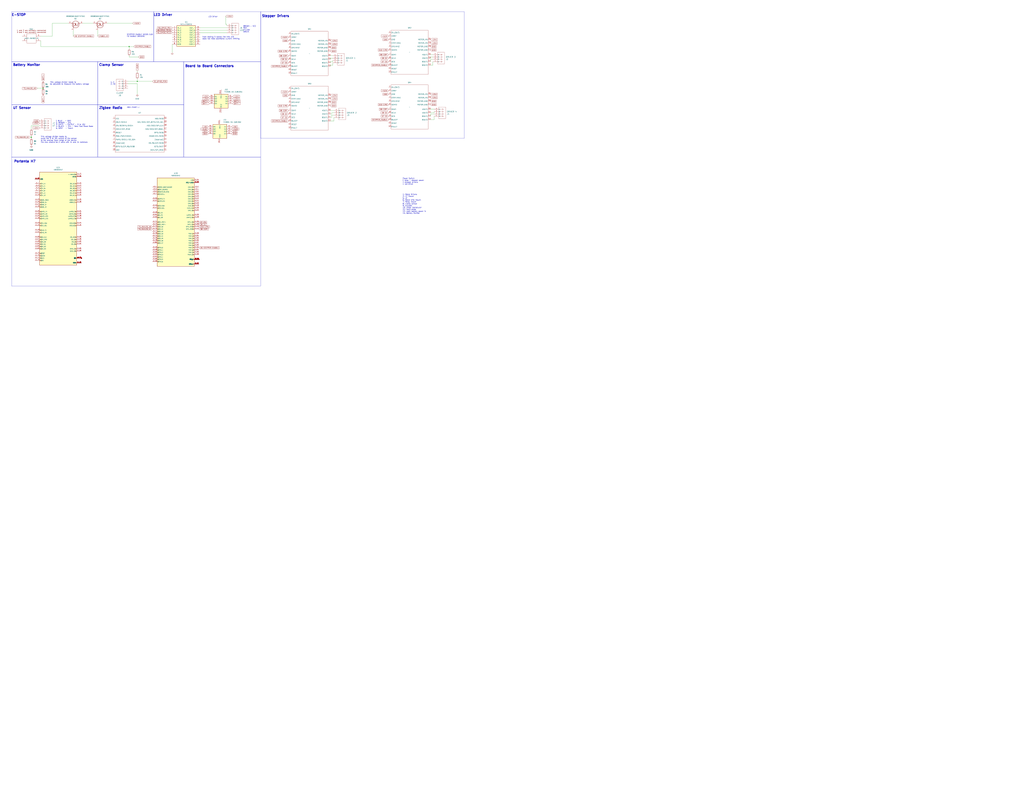
<source format=kicad_sch>
(kicad_sch (version 20230121) (generator eeschema)
  (paper "E")
  (lib_symbols
    (symbol "3730:3730"
      (property "Reference" "DR" (at 0 0 0))
      (symbol "3730_1_1"
        (pin input line (at -22.86 21.59 0) (length 2.54) (name "5V_(OUT)") (number "1"))
        (pin input line (at -22.86 -13.97 0) (length 2.54) (name "!SLEEP") (number "10"))
        (pin input line (at -22.86 -17.78 0) (length 2.54) (name "RESET") (number "11"))
        (pin input line (at -22.86 -21.59 0) (length 2.54) (name "!FAULT") (number "12"))
        (pin input line (at 22.86 -13.97 180) (length 2.54) (name "BOUT2") (number "13"))
        (pin input line (at 22.86 -10.16 180) (length 2.54) (name "BOUT1") (number "14"))
        (pin input line (at 22.86 -6.35 180) (length 2.54) (name "AOUT2") (number "15"))
        (pin input line (at 22.86 -2.54 180) (length 2.54) (name "AOUT1") (number "16"))
        (pin input line (at 22.86 2.54 180) (length 2.54) (name "MOTOR_GND") (number "17"))
        (pin input line (at 22.86 6.35 180) (length 2.54) (name "MOTOR_GND") (number "18"))
        (pin input line (at 22.86 10.16 180) (length 2.54) (name "MOTOR_VIN") (number "19"))
        (pin input line (at -22.86 17.78 0) (length 2.54) (name "IOREF") (number "2"))
        (pin input line (at 22.86 13.97 180) (length 2.54) (name "MOTOR_VIN") (number "20"))
        (pin input line (at -22.86 13.97 0) (length 2.54) (name "GND") (number "3"))
        (pin input line (at -22.86 10.16 0) (length 2.54) (name "STEP/AIN1") (number "4"))
        (pin input line (at -22.86 6.35 0) (length 2.54) (name "DIR/AIN2") (number "5"))
        (pin input line (at -22.86 2.54 0) (length 2.54) (name "SDATO") (number "6"))
        (pin input line (at -22.86 -2.54 0) (length 2.54) (name "SDATI") (number "7"))
        (pin input line (at -22.86 -6.35 0) (length 2.54) (name "SCLK") (number "8"))
        (pin input line (at -22.86 -10.16 0) (length 2.54) (name "SCS") (number "9"))
      )
    )
    (symbol "ABX00042:ABX00042" (pin_names (offset 1.016))
      (property "Reference" "U" (at -20.32 52.07 0))
      (property "Value" "ABX00042" (at -20.32 -53.34 0))
      (symbol "ABX00042_1_0"
        (pin input line (at -25.4 38.1 0) (length 5.08) (name "ETH_A+") (number "J1_1"))
        (pin bidirectional line (at 25.4 38.1 180) (length 5.08) (name "DSI_D1+") (number "J1_10"))
        (pin no_connect line (at 25.4 -43.18 180) (length 5.08) (name "NC") (number "J1_11"))
        (pin bidirectional line (at 25.4 35.56 180) (length 5.08) (name "DSI_D1-") (number "J1_12"))
        (pin no_connect line (at 25.4 -43.18 180) (length 5.08) (name "NC") (number "J1_13"))
        (pin bidirectional line (at 25.4 33.02 180) (length 5.08) (name "DSI_D0+") (number "J1_14"))
        (pin no_connect line (at 25.4 -43.18 180) (length 5.08) (name "NC") (number "J1_15"))
        (pin bidirectional line (at 25.4 30.48 180) (length 5.08) (name "DSI_D0-") (number "J1_16"))
        (pin output line (at -25.4 27.94 0) (length 5.08) (name "ETH_L1") (number "J1_17"))
        (pin bidirectional line (at 25.4 27.94 180) (length 5.08) (name "DSI_CK+") (number "J1_18"))
        (pin output line (at -25.4 25.4 0) (length 5.08) (name "ETH_L2") (number "J1_19"))
        (pin no_connect line (at 25.4 -43.18 180) (length 5.08) (name "NC") (number "J1_2"))
        (pin bidirectional line (at 25.4 25.4 180) (length 5.08) (name "DSI_CK-") (number "J1_20"))
        (pin input line (at -25.4 43.18 0) (length 5.08) (name "VIN") (number "J1_21"))
        (pin power_in line (at 25.4 -48.26 180) (length 5.08) (name "GND") (number "J1_22"))
        (pin power_in line (at -25.4 20.32 0) (length 5.08) (name "USB1_VBUS") (number "J1_23"))
        (pin no_connect line (at 25.4 -43.18 180) (length 5.08) (name "NC") (number "J1_24"))
        (pin bidirectional line (at -25.4 17.78 0) (length 5.08) (name "USB1_D+") (number "J1_25"))
        (pin bidirectional line (at 25.4 20.32 180) (length 5.08) (name "USB0_D+") (number "J1_26"))
        (pin bidirectional line (at -25.4 15.24 0) (length 5.08) (name "USB1_D-") (number "J1_27"))
        (pin bidirectional line (at 25.4 17.78 180) (length 5.08) (name "USB0_D-") (number "J1_28"))
        (pin bidirectional line (at -25.4 12.7 0) (length 5.08) (name "USB1_ID") (number "J1_29"))
        (pin input line (at -25.4 35.56 0) (length 5.08) (name "ETH_A-") (number "J1_3"))
        (pin no_connect line (at 25.4 -43.18 180) (length 5.08) (name "NC") (number "J1_30"))
        (pin power_in line (at 25.4 -48.26 180) (length 5.08) (name "GND") (number "J1_31"))
        (pin input line (at -25.4 43.18 0) (length 5.08) (name "VIN") (number "J1_32"))
        (pin output line (at -25.4 7.62 0) (length 5.08) (name "UART1_TX") (number "J1_33"))
        (pin output line (at 25.4 7.62 180) (length 5.08) (name "UART0_TX") (number "J1_34"))
        (pin input line (at -25.4 5.08 0) (length 5.08) (name "UART1_RX") (number "J1_35"))
        (pin input line (at 25.4 5.08 180) (length 5.08) (name "UART0_RX") (number "J1_36"))
        (pin bidirectional line (at -25.4 2.54 0) (length 5.08) (name "UART1_RTS") (number "J1_37"))
        (pin bidirectional line (at 25.4 2.54 180) (length 5.08) (name "UART0_RTS") (number "J1_38"))
        (pin bidirectional line (at -25.4 0 0) (length 5.08) (name "UART1_CTS") (number "J1_39"))
        (pin no_connect line (at 25.4 -43.18 180) (length 5.08) (name "NC") (number "J1_4"))
        (pin bidirectional line (at 25.4 0 180) (length 5.08) (name "UART0_CTS") (number "J1_40"))
        (pin input line (at -25.4 43.18 0) (length 5.08) (name "VIN") (number "J1_41"))
        (pin power_in line (at 25.4 -48.26 180) (length 5.08) (name "GND") (number "J1_42"))
        (pin bidirectional line (at -25.4 -5.08 0) (length 5.08) (name "I2C1_SDA") (number "J1_43"))
        (pin bidirectional line (at 25.4 -5.08 180) (length 5.08) (name "I2C0_SDA") (number "J1_44"))
        (pin input line (at -25.4 -7.62 0) (length 5.08) (name "I2C1_SCL") (number "J1_45"))
        (pin input line (at 25.4 -7.62 180) (length 5.08) (name "I2C0_SCL") (number "J1_46"))
        (pin power_in line (at 25.4 -48.26 180) (length 5.08) (name "GND") (number "J1_47"))
        (pin input line (at -25.4 43.18 0) (length 5.08) (name "VIN") (number "J1_48"))
        (pin output line (at -25.4 -12.7 0) (length 5.08) (name "CAN1_TX") (number "J1_49"))
        (pin input line (at -25.4 33.02 0) (length 5.08) (name "ETH_B+") (number "J1_5"))
        (pin no_connect line (at 25.4 -43.18 180) (length 5.08) (name "NC") (number "J1_50"))
        (pin input line (at -25.4 -15.24 0) (length 5.08) (name "CAN1_RX") (number "J1_51"))
        (pin no_connect line (at 25.4 -43.18 180) (length 5.08) (name "NC") (number "J1_52"))
        (pin power_in line (at 25.4 45.72 180) (length 5.08) (name "VSYS") (number "J1_53"))
        (pin power_in line (at 25.4 -48.26 180) (length 5.08) (name "GND") (number "J1_54"))
        (pin input line (at -25.4 -20.32 0) (length 5.08) (name "SDC_CLK") (number "J1_55"))
        (pin bidirectional line (at 25.4 -20.32 180) (length 5.08) (name "I2S_MCK") (number "J1_56"))
        (pin input line (at -25.4 -22.86 0) (length 5.08) (name "SDC_CMD") (number "J1_57"))
        (pin bidirectional line (at 25.4 -22.86 180) (length 5.08) (name "I2S_WS") (number "J1_58"))
        (pin bidirectional line (at -25.4 -25.4 0) (length 5.08) (name "SDC_D0") (number "J1_59"))
        (pin no_connect line (at 25.4 -43.18 180) (length 5.08) (name "NC") (number "J1_6"))
        (pin input line (at 25.4 -25.4 180) (length 5.08) (name "I2S_DI") (number "J1_60"))
        (pin bidirectional line (at -25.4 -27.94 0) (length 5.08) (name "SDC_D1") (number "J1_61"))
        (pin output line (at 25.4 -27.94 180) (length 5.08) (name "I2S_DO") (number "J1_62"))
        (pin bidirectional line (at -25.4 -30.48 0) (length 5.08) (name "SDC_D2") (number "J1_63"))
        (pin power_in line (at 25.4 45.72 180) (length 5.08) (name "VSYS") (number "J1_64"))
        (pin bidirectional line (at -25.4 -33.02 0) (length 5.08) (name "SDC_D3") (number "J1_65"))
        (pin bidirectional line (at 25.4 -33.02 180) (length 5.08) (name "DMIC_CK") (number "J1_66"))
        (pin no_connect line (at 25.4 -43.18 180) (length 5.08) (name "NC") (number "J1_67"))
        (pin bidirectional line (at 25.4 -35.56 180) (length 5.08) (name "DMIC_D0") (number "J1_68"))
        (pin no_connect line (at 25.4 -43.18 180) (length 5.08) (name "NC") (number "J1_69"))
        (pin input line (at -25.4 30.48 0) (length 5.08) (name "ETH_B-") (number "J1_7"))
        (pin no_connect line (at 25.4 -43.18 180) (length 5.08) (name "NC") (number "J1_70"))
        (pin no_connect line (at 25.4 -43.18 180) (length 5.08) (name "NC") (number "J1_71"))
        (pin power_in line (at 25.4 48.26 180) (length 5.08) (name "V-SDCARD") (number "J1_72"))
        (pin input line (at -25.4 -38.1 0) (length 5.08) (name "~{RESET}") (number "J1_73"))
        (pin no_connect line (at 25.4 -43.18 180) (length 5.08) (name "NC") (number "J1_74"))
        (pin bidirectional line (at -25.4 -40.64 0) (length 5.08) (name "SWDIO") (number "J1_75"))
        (pin no_connect line (at 25.4 -43.18 180) (length 5.08) (name "NC") (number "J1_76"))
        (pin input line (at -25.4 -43.18 0) (length 5.08) (name "SWCK") (number "J1_77"))
        (pin no_connect line (at 25.4 -43.18 180) (length 5.08) (name "NC") (number "J1_78"))
        (pin output line (at -25.4 -45.72 0) (length 5.08) (name "SWO") (number "J1_79"))
        (pin no_connect line (at 25.4 -43.18 180) (length 5.08) (name "NC") (number "J1_8"))
        (pin no_connect line (at 25.4 -43.18 180) (length 5.08) (name "NC") (number "J1_80"))
        (pin no_connect line (at 25.4 -43.18 180) (length 5.08) (name "NC") (number "J1_9"))
      )
      (symbol "ABX00042_2_0"
        (pin input line (at -25.4 38.1 0) (length 5.08) (name "FORCE_BOOTLOADER") (number "J2_1"))
        (pin bidirectional line (at 25.4 27.94 180) (length 5.08) (name "CAM_D3") (number "J2_10"))
        (pin no_connect line (at 25.4 -40.64 180) (length 5.08) (name "NC_1") (number "J2_11"))
        (pin bidirectional line (at 25.4 25.4 180) (length 5.08) (name "CAM_D2") (number "J2_12"))
        (pin no_connect line (at 25.4 -40.64 180) (length 5.08) (name "NC_1") (number "J2_13"))
        (pin bidirectional line (at 25.4 22.86 180) (length 5.08) (name "CAM_D1") (number "J2_14"))
        (pin no_connect line (at 25.4 -40.64 180) (length 5.08) (name "NC_1") (number "J2_15"))
        (pin bidirectional line (at 25.4 20.32 180) (length 5.08) (name "CAM_D0") (number "J2_16"))
        (pin no_connect line (at 25.4 -40.64 180) (length 5.08) (name "NC_1") (number "J2_17"))
        (pin bidirectional line (at 25.4 17.78 180) (length 5.08) (name "CAM_VS") (number "J2_18"))
        (pin no_connect line (at 25.4 -40.64 180) (length 5.08) (name "NC_1") (number "J2_19"))
        (pin bidirectional line (at 25.4 38.1 180) (length 5.08) (name "CAM_D7") (number "J2_2"))
        (pin bidirectional line (at 25.4 15.24 180) (length 5.08) (name "CAM_CLK") (number "J2_20"))
        (pin no_connect line (at 25.4 -40.64 180) (length 5.08) (name "NC_1") (number "J2_21"))
        (pin bidirectional line (at 25.4 12.7 180) (length 5.08) (name "CAM_HS") (number "J2_22"))
        (pin power_in line (at 25.4 43.18 180) (length 5.08) (name "VCC/+3V3") (number "J2_23"))
        (pin power_in line (at 25.4 -45.72 180) (length 5.08) (name "GND_1") (number "J2_24"))
        (pin output line (at -25.4 25.4 0) (length 5.08) (name "UART3_TX") (number "J2_25"))
        (pin output line (at 25.4 7.62 180) (length 5.08) (name "UART2_TX") (number "J2_26"))
        (pin input line (at -25.4 22.86 0) (length 5.08) (name "UART3_RX") (number "J2_27"))
        (pin input line (at 25.4 5.08 180) (length 5.08) (name "UART2_RX") (number "J2_28"))
        (pin no_connect line (at 25.4 -40.64 180) (length 5.08) (name "NC_1") (number "J2_29"))
        (pin input line (at -25.4 35.56 0) (length 5.08) (name "BOOT_SOURCE") (number "J2_3"))
        (pin no_connect line (at 25.4 -40.64 180) (length 5.08) (name "NC_1") (number "J2_30"))
        (pin no_connect line (at 25.4 -40.64 180) (length 5.08) (name "NC_1") (number "J2_31"))
        (pin no_connect line (at 25.4 -40.64 180) (length 5.08) (name "NC_1") (number "J2_32"))
        (pin power_in line (at 25.4 -45.72 180) (length 5.08) (name "GND_1") (number "J2_33"))
        (pin power_in line (at 25.4 45.72 180) (length 5.08) (name "VCC") (number "J2_34"))
        (pin no_connect line (at 25.4 -40.64 180) (length 5.08) (name "NC_1") (number "J2_35"))
        (pin input line (at 25.4 0 180) (length 5.08) (name "SPI1_CS") (number "J2_36"))
        (pin no_connect line (at 25.4 -40.64 180) (length 5.08) (name "NC_1") (number "J2_37"))
        (pin input line (at 25.4 -2.54 180) (length 5.08) (name "SPI1_CK") (number "J2_38"))
        (pin no_connect line (at 25.4 -40.64 180) (length 5.08) (name "NC_1") (number "J2_39"))
        (pin bidirectional line (at 25.4 35.56 180) (length 5.08) (name "CAM_D6") (number "J2_4"))
        (pin output line (at 25.4 -5.08 180) (length 5.08) (name "SPI1_MISO") (number "J2_40"))
        (pin no_connect line (at 25.4 -40.64 180) (length 5.08) (name "NC_1") (number "J2_41"))
        (pin input line (at 25.4 -7.62 180) (length 5.08) (name "SPI1_MOSI") (number "J2_42"))
        (pin power_in line (at 25.4 43.18 180) (length 5.08) (name "VCC/+3V3") (number "J2_43"))
        (pin power_in line (at 25.4 -45.72 180) (length 5.08) (name "GND_1") (number "J2_44"))
        (pin bidirectional line (at -25.4 17.78 0) (length 5.08) (name "I2C2_SDA") (number "J2_45"))
        (pin bidirectional line (at -25.4 -27.94 0) (length 5.08) (name "GPIO_0") (number "J2_46"))
        (pin input line (at -25.4 15.24 0) (length 5.08) (name "I2C2_SCL") (number "J2_47"))
        (pin bidirectional line (at -25.4 -30.48 0) (length 5.08) (name "GPIO_1") (number "J2_48"))
        (pin input line (at -25.4 10.16 0) (length 5.08) (name "SAI_CK") (number "J2_49"))
        (pin input line (at -25.4 33.02 0) (length 5.08) (name "POWER_ON_REQ") (number "J2_5"))
        (pin bidirectional line (at -25.4 -33.02 0) (length 5.08) (name "GPIO_2") (number "J2_50"))
        (pin bidirectional line (at -25.4 7.62 0) (length 5.08) (name "SAI_FS") (number "J2_51"))
        (pin bidirectional line (at -25.4 -35.56 0) (length 5.08) (name "GPIO_3") (number "J2_52"))
        (pin bidirectional line (at -25.4 5.08 0) (length 5.08) (name "SAI_D0") (number "J2_53"))
        (pin bidirectional line (at -25.4 -38.1 0) (length 5.08) (name "GPIO_4") (number "J2_54"))
        (pin no_connect line (at 25.4 -40.64 180) (length 5.08) (name "NC_1") (number "J2_55"))
        (pin bidirectional line (at -25.4 -40.64 0) (length 5.08) (name "GPIO_5") (number "J2_56"))
        (pin power_in line (at 25.4 -45.72 180) (length 5.08) (name "GND_1") (number "J2_57"))
        (pin bidirectional line (at -25.4 -43.18 0) (length 5.08) (name "GPIO_6") (number "J2_58"))
        (pin bidirectional line (at 25.4 -12.7 180) (length 5.08) (name "PWM_1") (number "J2_59"))
        (pin bidirectional line (at 25.4 33.02 180) (length 5.08) (name "CAM_D5") (number "J2_6"))
        (pin bidirectional line (at 25.4 -25.4 180) (length 5.08) (name "PWM_6") (number "J2_60"))
        (pin bidirectional line (at 25.4 -15.24 180) (length 5.08) (name "PWM_2") (number "J2_61"))
        (pin bidirectional line (at 25.4 -27.94 180) (length 5.08) (name "PWM_7") (number "J2_62"))
        (pin bidirectional line (at 25.4 -17.78 180) (length 5.08) (name "PWM_3") (number "J2_63"))
        (pin bidirectional line (at 25.4 -30.48 180) (length 5.08) (name "PWM_8") (number "J2_64"))
        (pin bidirectional line (at 25.4 -20.32 180) (length 5.08) (name "PWM_4") (number "J2_65"))
        (pin bidirectional line (at 25.4 -33.02 180) (length 5.08) (name "PWM_9") (number "J2_66"))
        (pin bidirectional line (at 25.4 -22.86 180) (length 5.08) (name "PWM_5") (number "J2_67"))
        (pin bidirectional line (at 25.4 -35.56 180) (length 5.08) (name "PWM_10") (number "J2_68"))
        (pin power_in line (at 25.4 43.18 180) (length 5.08) (name "VCC/+3V3") (number "J2_69"))
        (pin input line (at -25.4 30.48 0) (length 5.08) (name "COINCELL") (number "J2_7"))
        (pin power_in line (at 25.4 -45.72 180) (length 5.08) (name "GND_1") (number "J2_70"))
        (pin input line (at -25.4 0 0) (length 5.08) (name "ADC_VREF+") (number "J2_71"))
        (pin input line (at -25.4 -2.54 0) (length 5.08) (name "ADC_VREF-") (number "J2_72"))
        (pin input line (at -25.4 -5.08 0) (length 5.08) (name "ADC_A0") (number "J2_73"))
        (pin input line (at -25.4 -15.24 0) (length 5.08) (name "ADC_A4") (number "J2_74"))
        (pin input line (at -25.4 -7.62 0) (length 5.08) (name "ADC_A1") (number "J2_75"))
        (pin input line (at -25.4 -17.78 0) (length 5.08) (name "ADC_A5") (number "J2_76"))
        (pin input line (at -25.4 -10.16 0) (length 5.08) (name "ADC_A2") (number "J2_77"))
        (pin input line (at -25.4 -20.32 0) (length 5.08) (name "ADC_A6") (number "J2_78"))
        (pin input line (at -25.4 -12.7 0) (length 5.08) (name "ADC_A3") (number "J2_79"))
        (pin bidirectional line (at 25.4 30.48 180) (length 5.08) (name "CAM_D4") (number "J2_8"))
        (pin input line (at -25.4 -22.86 0) (length 5.08) (name "ADC_A7") (number "J2_80"))
        (pin no_connect line (at 25.4 -40.64 180) (length 5.08) (name "NC_1") (number "J2_9"))
      )
    )
    (symbol "BSS806NH6327XTSA1:BSS806NH6327XTSA1" (pin_names hide)
      (property "Reference" "Q" (at 11.43 3.81 0))
      (property "Value" "BSS806NH6327XTSA1" (at 11.43 1.27 0))
      (symbol "BSS806NH6327XTSA1_1_1"
        (pin passive line (at 0 0 0) (length 2.54) (name "G") (number "1"))
        (pin passive line (at 7.62 -5.08 90) (length 2.54) (name "S") (number "2"))
        (pin passive line (at 7.62 10.16 270) (length 2.54) (name "D") (number "3"))
      )
    )
    (symbol "Device:R" (pin_numbers hide) (pin_names (offset 0))
      (property "Reference" "R" (at 2.032 0 90))
      (property "Value" "R" (at 0 0 90))
      (symbol "R_1_1"
        (pin passive line (at 0 3.81 270) (length 1.27) (name "~") (number "1"))
        (pin passive line (at 0 -3.81 90) (length 1.27) (name "~") (number "2"))
      )
    )
    (symbol "FX30B-4S-3_81DSA:FX30B-4S-3.81DSA"
      (property "Reference" "J" (at 21.59 12.7 0))
      (property "Value" "FX30B-4S-3.81DSA" (at 21.59 10.16 0))
      (symbol "FX30B-4S-3.81DSA_1_1"
        (pin passive line (at 7.62 12.7 270) (length 5.08) (name "A1") (number "A1"))
        (pin passive line (at 10.16 12.7 270) (length 5.08) (name "A2") (number "A2"))
        (pin passive line (at 12.7 12.7 270) (length 5.08) (name "A3") (number "A3"))
        (pin passive line (at 15.24 12.7 270) (length 5.08) (name "A4") (number "A4"))
        (pin passive line (at 7.62 -12.7 90) (length 5.08) (name "B1") (number "B1"))
        (pin passive line (at 10.16 -12.7 90) (length 5.08) (name "B2") (number "B2"))
        (pin passive line (at 12.7 -12.7 90) (length 5.08) (name "B3") (number "B3"))
        (pin passive line (at 15.24 -12.7 90) (length 5.08) (name "B4") (number "B4"))
        (pin passive line (at 0 0 0) (length 5.08) (name "MH1") (number "MH1"))
        (pin passive line (at 25.4 0 180) (length 5.08) (name "MH2") (number "MH2"))
      )
    )
    (symbol "MC1413DR2G:MC1413DR2G"
      (property "Reference" "IC" (at 26.67 7.62 0))
      (property "Value" "MC1413DR2G" (at 26.67 5.08 0))
      (symbol "MC1413DR2G_1_1"
        (pin passive line (at 0 0 0) (length 5.08) (name "IN_1") (number "1"))
        (pin passive line (at 30.48 -15.24 180) (length 5.08) (name "OUT_1") (number "10"))
        (pin passive line (at 30.48 -12.7 180) (length 5.08) (name "OUT_2") (number "11"))
        (pin passive line (at 30.48 -10.16 180) (length 5.08) (name "OUT_3") (number "12"))
        (pin passive line (at 30.48 -7.62 180) (length 5.08) (name "OUT_4") (number "13"))
        (pin passive line (at 30.48 -5.08 180) (length 5.08) (name "OUT_5") (number "14"))
        (pin passive line (at 30.48 -2.54 180) (length 5.08) (name "OUT_6") (number "15"))
        (pin passive line (at 30.48 0 180) (length 5.08) (name "OUT_7") (number "16"))
        (pin passive line (at 0 -2.54 0) (length 5.08) (name "IN_2") (number "2"))
        (pin passive line (at 0 -5.08 0) (length 5.08) (name "IN_3") (number "3"))
        (pin passive line (at 0 -7.62 0) (length 5.08) (name "IN_4") (number "4"))
        (pin passive line (at 0 -10.16 0) (length 5.08) (name "IN_5") (number "5"))
        (pin passive line (at 0 -12.7 0) (length 5.08) (name "IN_6") (number "6"))
        (pin passive line (at 0 -15.24 0) (length 5.08) (name "IN_7") (number "7"))
        (pin passive line (at 0 -17.78 0) (length 5.08) (name "GND") (number "8"))
        (pin passive line (at 30.48 -17.78 180) (length 5.08) (name "COM_K") (number "9"))
      )
    )
    (symbol "S4B-XH-SM4-TB:S4B-XH-SM4-TBLFSN" (pin_names (offset 0.254))
      (property "Reference" "J" (at 8.89 6.35 0))
      (property "Value" "S4B-XH-SM4-TBLFSN" (at 0 0 0))
      (symbol "S4B-XH-SM4-TBLFSN_1_1"
        (pin unspecified line (at 0 0 0) (length 5.08) (name "1") (number "1"))
        (pin unspecified line (at 0 -2.54 0) (length 5.08) (name "2") (number "2"))
        (pin unspecified line (at 0 -5.08 0) (length 5.08) (name "3") (number "3"))
        (pin unspecified line (at 0 -7.62 0) (length 5.08) (name "4") (number "4"))
      )
      (symbol "S4B-XH-SM4-TBLFSN_1_2"
        (pin unspecified line (at 0 0 0) (length 5.08) (name "1") (number "1"))
        (pin unspecified line (at 0 -2.54 0) (length 5.08) (name "2") (number "2"))
        (pin unspecified line (at 0 -5.08 0) (length 5.08) (name "3") (number "3"))
        (pin unspecified line (at 0 -7.62 0) (length 5.08) (name "4") (number "4"))
      )
    )
    (symbol "XA1E-BV302-R:XA1E-BV302-R"
      (property "Reference" "SW" (at 0 10.16 0))
      (symbol "XA1E-BV302-R_1_1"
        (text "1 and 2 are normally connected\n3 and 4 are normally connected" (at 0 7.62 0) (effects (font (size 1.27 1.27))))
        (pin passive line (at -10.16 2.54 0) (length 5.08) (name "") (number "1"))
        (pin passive line (at -10.16 -2.54 0) (length 5.08) (name "") (number "2"))
        (pin passive line (at 10.16 2.54 180) (length 5.08) (name "") (number "3"))
        (pin passive line (at 10.16 -2.54 180) (length 5.08) (name "") (number "4"))
      )
    )
    (symbol "XB3-24AST-J:XB3-24AST-J"
      (property "Reference" "U" (at -8.89 -2.54 0))
      (symbol "XB3-24AST-J_1_1"
        (pin input line (at -29.21 16.51 0) (length 2.54) (name "VCC") (number "1"))
        (pin input line (at -29.21 -17.78 0) (length 2.54) (name "GND") (number "10"))
        (pin input line (at 29.21 -17.78 180) (length 2.54) (name "DIO4/SPI_MOSI") (number "11"))
        (pin input line (at 29.21 -13.97 180) (length 2.54) (name "!CTS/DIO7") (number "12"))
        (pin input line (at 29.21 -10.16 180) (length 2.54) (name "ON/!SLEEP/DIO9") (number "13"))
        (pin input line (at 29.21 -6.35 180) (length 2.54) (name "[reserved]") (number "14"))
        (pin input line (at 29.21 -2.54 180) (length 2.54) (name "ASSOCIATE/DIO5") (number "15"))
        (pin input line (at 29.21 1.27 180) (length 2.54) (name "!RTS/DIO6") (number "16"))
        (pin input line (at 29.21 5.08 180) (length 2.54) (name "AD3/DIO3/SPI_!SSEL") (number "17"))
        (pin input line (at 29.21 8.89 180) (length 2.54) (name "AD2/DIO2/SPI_CLK") (number "18"))
        (pin input line (at 29.21 12.7 180) (length 2.54) (name "AD1/DIO1/SPI_!ATTN/I2C_SCL") (number "19"))
        (pin input line (at -29.21 12.7 0) (length 2.54) (name "DOUT/DIO13") (number "2"))
        (pin input line (at 29.21 16.51 180) (length 2.54) (name "AD0/DIO0") (number "20"))
        (pin input line (at -29.21 8.89 0) (length 2.54) (name "DIN/!CONFIG/DIO14") (number "3"))
        (pin input line (at -29.21 5.08 0) (length 2.54) (name "DIO12/SPI_MISO") (number "4"))
        (pin input line (at -29.21 1.27 0) (length 2.54) (name "!RESET") (number "5"))
        (pin input line (at -29.21 -2.54 0) (length 2.54) (name "RSSI_PWM/DIO10") (number "6"))
        (pin input line (at -29.21 -6.35 0) (length 2.54) (name "PWM1/DIO11/I2C_SDA") (number "7"))
        (pin input line (at -29.21 -10.16 0) (length 2.54) (name "[reserved]") (number "8"))
        (pin input line (at -29.21 -13.97 0) (length 2.54) (name "!DTR/SLEEP_RQ/DIO8") (number "9"))
      )
    )
    (symbol "power:GND" (power) (pin_names (offset 0))
      (property "Value" "GND" (at 0 -3.81 0))
      (symbol "GND_1_1"
        (pin power_in line (at 0 0 270) (length 0) hide (name "GND") (number "1"))
      )
    )
  )
  (junction (at 46.99 96.52))
  (junction (at 140.97 50.8))
  (junction (at 149.86 88.9))
  (junction (at 34.29 149.86))
  (wire (pts (xy 34.29 137.16) (xy 34.29 140.97)))
  (wire (pts (xy 90.17 25.4) (xy 101.6 25.4)))
  (wire (pts (xy 469.9 64.77) (xy 469.9 67.31)))
  (wire (pts (xy 363.22 66.04) (xy 363.22 67.31)))
  (wire (pts (xy 34.29 148.59) (xy 34.29 149.86)))
  (wire (pts (xy 469.9 119.38) (xy 473.71 119.38)))
  (wire (pts (xy 106.68 33.02) (xy 106.68 39.37)))
  (wire (pts (xy 187.96 48.26) (xy 187.96 57.15)))
  (wire (pts (xy 140.97 50.8) (xy 140.97 53.34)))
  (wire (pts (xy 469.9 62.23) (xy 469.9 63.5)))
  (wire (pts (xy 44.45 50.8) (xy 44.45 44.45)))
  (wire (pts (xy 44.45 50.8) (xy 140.97 50.8)))
  (wire (pts (xy 139.7 88.9) (xy 149.86 88.9)))
  (wire (pts (xy 57.15 25.4) (xy 74.93 25.4)))
  (wire (pts (xy 361.95 128.27) (xy 360.68 128.27)))
  (wire (pts (xy 361.95 125.73) (xy 361.95 128.27)))
  (wire (pts (xy 218.44 30.48) (xy 247.65 30.48)))
  (wire (pts (xy 149.86 86.36) (xy 149.86 88.9)))
  (wire (pts (xy 364.49 123.19) (xy 361.95 123.19)))
  (wire (pts (xy 469.9 123.19) (xy 473.71 123.19)))
  (wire (pts (xy 149.86 102.87) (xy 149.86 91.44)))
  (wire (pts (xy 364.49 128.27) (xy 364.49 132.08)))
  (wire (pts (xy 472.44 67.31) (xy 472.44 71.12)))
  (wire (pts (xy 247.65 26.67) (xy 246.38 26.67)))
  (wire (pts (xy 473.71 130.81) (xy 473.71 127)))
  (wire (pts (xy 360.68 60.96) (xy 363.22 60.96)))
  (wire (pts (xy 469.9 124.46) (xy 469.9 127)))
  (wire (pts (xy 364.49 132.08) (xy 360.68 132.08)))
  (wire (pts (xy 57.15 39.37) (xy 57.15 25.4)))
  (wire (pts (xy 40.64 96.52) (xy 46.99 96.52)))
  (wire (pts (xy 80.01 33.02) (xy 80.01 39.37)))
  (wire (pts (xy 246.38 26.67) (xy 246.38 17.78)))
  (wire (pts (xy 116.84 25.4) (xy 144.78 25.4)))
  (wire (pts (xy 140.97 50.8) (xy 146.05 50.8)))
  (wire (pts (xy 472.44 64.77) (xy 469.9 64.77)))
  (wire (pts (xy 218.44 35.56) (xy 247.65 35.56)))
  (wire (pts (xy 149.86 91.44) (xy 139.7 91.44)))
  (wire (pts (xy 473.71 124.46) (xy 469.9 124.46)))
  (wire (pts (xy 360.68 63.5) (xy 360.68 64.77)))
  (wire (pts (xy 34.29 137.16) (xy 43.18 137.16)))
  (wire (pts (xy 33.02 149.86) (xy 34.29 149.86)))
  (wire (pts (xy 361.95 123.19) (xy 361.95 124.46)))
  (wire (pts (xy 218.44 33.02) (xy 247.65 33.02)))
  (wire (pts (xy 140.97 62.23) (xy 151.13 62.23)))
  (wire (pts (xy 363.22 67.31) (xy 360.68 67.31)))
  (wire (pts (xy 360.68 120.65) (xy 364.49 120.65)))
  (wire (pts (xy 363.22 71.12) (xy 360.68 71.12)))
  (wire (pts (xy 469.9 59.69) (xy 472.44 59.69)))
  (wire (pts (xy 149.86 78.74) (xy 149.86 77.47)))
  (wire (pts (xy 472.44 71.12) (xy 469.9 71.12)))
  (wire (pts (xy 473.71 123.19) (xy 473.71 121.92)))
  (wire (pts (xy 360.68 71.12) (xy 360.68 72.39)))
  (wire (pts (xy 360.68 67.31) (xy 360.68 68.58)))
  (wire (pts (xy 363.22 63.5) (xy 360.68 63.5)))
  (wire (pts (xy 247.65 26.67) (xy 247.65 27.94)))
  (wire (pts (xy 363.22 68.58) (xy 363.22 71.12)))
  (wire (pts (xy 44.45 39.37) (xy 57.15 39.37)))
  (wire (pts (xy 361.95 124.46) (xy 360.68 124.46)))
  (wire (pts (xy 34.29 149.86) (xy 34.29 151.13)))
  (wire (pts (xy 469.9 130.81) (xy 473.71 130.81)))
  (wire (pts (xy 472.44 62.23) (xy 469.9 62.23)))
  (wire (pts (xy 364.49 125.73) (xy 361.95 125.73)))
  (wire (pts (xy 140.97 62.23) (xy 140.97 60.96)))
  (wire (pts (xy 149.86 88.9) (xy 166.37 88.9)))
  (rectangle (start 167.64 12.7) (end 284.48 67.31))
  (rectangle (start 12.7 171.45) (end 284.48 312.42))
  (rectangle (start 200.66 67.31) (end 284.48 171.45))
  (rectangle (start 12.7 67.31) (end 106.68 114.3))
  (rectangle (start 12.7 12.7) (end 167.64 67.31))
  (rectangle (start 284.48 12.7) (end 506.73 151.13))
  (rectangle (start 106.68 114.3) (end 200.66 171.45))
  (rectangle (start 12.7 114.3) (end 106.68 171.45))
  (rectangle (start 106.68 67.31) (end 200.66 114.3))
  (text "Board to Board Connectors" (at 201.93 73.66 0) (effects (font (size 2.54 2.54) (thickness 0.508) bold) (justify left bottom)))
  (text "Clamp Sensor\n" (at 107.95 72.39 0) (effects (font (size 2.54 2.54) (thickness 0.508) bold) (justify left bottom)))
  (text "LED Driver" (at 227.33 19.05 0) (effects (font (size 1.27 1.27)) (justify left bottom)))
  (text "E-STOP\n" (at 12.7 17.78 0) (effects (font (size 2.54 2.54) (thickness 0.508) bold) (justify left bottom)))
  (text "BROWN - VCC\nRED\nYELLOW\nGREEN\n" (at 265.43 35.56 0) (effects (font (size 1.27 1.27)) (justify left bottom)))
  (text "1 BLUE   - GND\n2. BROWN - 24V\n3. WHITE  - OUTPUT - 0 to 10V\n4. BLACK  - 24V - Sets Fast Read Mode\n5. GREY   - Teach" (at 60.96 140.97 0) (effects (font (size 1.27 1.27)) (justify left bottom)))
  (text "Zigbee Radio" (at 107.95 119.38 0) (effects (font (size 2.54 2.54) (thickness 0.508) bold) (justify left bottom)))
  (text "XB3-24AST-J" (at 138.43 118.11 0) (effects (font (size 1.27 1.27)) (justify left bottom)))
  (text "LED Driver\n" (at 167.64 17.78 0) (effects (font (size 2.54 2.54) (thickness 0.508) bold) (justify left bottom)))
  (text "STEPPER ENABLE NEEDS 3.3V \nTO ENABLE DRIVERS\n" (at 138.43 40.64 0) (effects (font (size 1.27 1.27)) (justify left bottom)))
  (text "Portenta H7" (at 15.24 177.8 0) (effects (font (size 2.54 2.54) (thickness 0.508) bold) (justify left bottom)))
  (text "This voltage divider needs to \nbe adjusted to measure the battery voltage" (at 54.61 92.71 0) (effects (font (size 1.27 1.27)) (justify left bottom)))
  (text "Power Switch\nE stop - stepper power\n4 stepper drivers\n1 led driver\n" (at 439.42 201.93 0) (effects (font (size 1.27 1.27)) (justify left bottom)))
  (text "This voltage divider needs to \nscale the 0 to 10v output of the sensor\nto the analog input range of the device\nThe max should be 2 volts with 4k and 1k resistors" (at 44.45 156.21 0) (effects (font (size 1.27 1.27)) (justify left bottom)))
  (text "1. C\n2. NC" (at 120.65 92.71 0) (effects (font (size 1.27 1.27)) (justify left bottom)))
  (text "UT Sensor\n" (at 13.97 119.38 0) (effects (font (size 2.54 2.54) (thickness 0.508) bold) (justify left bottom)))
  (text "from testing it seems like this LED \ndoes not need additional current limiting\n" (at 220.98 43.18 0) (effects (font (size 1.27 1.27)) (justify left bottom)))
  (text "Stepper Drivers" (at 285.75 19.05 0) (effects (font (size 2.54 2.54) (thickness 0.508) bold) (justify left bottom)))
  (text "1. Motor Drivers\n2. H7 Mount\n5. UT\n6. Motor Wire mount\n7. Relay mount\n8. clamp sensor\n9. encoder\n10. linear transducer\n11. Hard estop\n12. main battery power in\n13. Battery Monitor" (at 439.42 233.68 0) (effects (font (size 1.27 1.27)) (justify left bottom)))
  (text "Battery Monitor" (at 13.97 72.39 0) (effects (font (size 2.54 2.54) (thickness 0.508) bold) (justify left bottom)))
  (global_label "GND" (shape input) (at 360.68 52.07 0) (property "Intersheetrefs" "${INTERSHEET_REFS}" (effects hide)))
  (global_label "D8 COPI" (shape input) (at 217.17 250.19 0) (property "Intersheetrefs" "${INTERSHEET_REFS}" (effects hide)))
  (global_label "D7 CS" (shape input) (at 217.17 242.57 0) (property "Intersheetrefs" "${INTERSHEET_REFS}" (effects hide)))
  (global_label "STEPPER_ENABLE" (shape input) (at 146.05 50.8 0) (property "Intersheetrefs" "${INTERSHEET_REFS}" (effects hide)))
  (global_label "+24V" (shape input) (at 254 107.95 0) (property "Intersheetrefs" "${INTERSHEET_REFS}" (effects hide)))
  (global_label "D9 CK" (shape input) (at 314.96 124.46 180) (property "Intersheetrefs" "${INTERSHEET_REFS}" (effects hide)))
  (global_label "BATT+" (shape input) (at 254 110.49 0) (property "Intersheetrefs" "${INTERSHEET_REFS}" (effects hide)))
  (global_label "46_GPIO0_PC13" (shape input) (at 187.96 35.56 180) (property "Intersheetrefs" "${INTERSHEET_REFS}" (effects hide)))
  (global_label "GND" (shape input) (at 424.18 43.18 180) (property "Intersheetrefs" "${INTERSHEET_REFS}" (effects hide)))
  (global_label "75_ANALOG_A1" (shape input) (at 166.37 250.19 180) (property "Intersheetrefs" "${INTERSHEET_REFS}" (effects hide)))
  (global_label "73_ANALOG_A0" (shape input) (at 166.37 247.65 180) (property "Intersheetrefs" "${INTERSHEET_REFS}" (effects hide)))
  (global_label "GND" (shape input) (at 360.68 115.57 0) (property "Intersheetrefs" "${INTERSHEET_REFS}" (effects hide)))
  (global_label "+5V" (shape input) (at 252.73 138.43 0) (property "Intersheetrefs" "${INTERSHEET_REFS}" (effects hide)))
  (global_label "48_GPIO1_PC15" (shape input) (at 187.96 33.02 180) (property "Intersheetrefs" "${INTERSHEET_REFS}" (effects hide)))
  (global_label "BATT-" (shape input) (at 228.6 113.03 180) (property "Intersheetrefs" "${INTERSHEET_REFS}" (effects hide)))
  (global_label "+3.3V" (shape input) (at 424.18 39.37 180) (property "Intersheetrefs" "${INTERSHEET_REFS}" (effects hide)))
  (global_label "+3.3V" (shape input) (at 314.96 40.64 180) (property "Intersheetrefs" "${INTERSHEET_REFS}" (effects hide)))
  (global_label "+24V" (shape input) (at 43.18 134.62 180) (property "Intersheetrefs" "${INTERSHEET_REFS}" (effects hide)))
  (global_label "+24V" (shape input) (at 360.68 104.14 0) (property "Intersheetrefs" "${INTERSHEET_REFS}" (effects hide)))
  (global_label "D7 CS" (shape input) (at 314.96 128.27 180) (property "Intersheetrefs" "${INTERSHEET_REFS}" (effects hide)))
  (global_label "+3.3V" (shape input) (at 149.86 77.47 90) (property "Intersheetrefs" "${INTERSHEET_REFS}" (effects hide)))
  (global_label "STEPPER_ENABLE" (shape input) (at 314.96 72.39 180) (property "Intersheetrefs" "${INTERSHEET_REFS}" (effects hide)))
  (global_label "+3.3V" (shape input) (at 424.18 99.06 180) (property "Intersheetrefs" "${INTERSHEET_REFS}" (effects hide)))
  (global_label "GND" (shape input) (at 227.33 143.51 180) (property "Intersheetrefs" "${INTERSHEET_REFS}" (effects hide)))
  (global_label "GND" (shape input) (at 252.73 146.05 0) (property "Intersheetrefs" "${INTERSHEET_REFS}" (effects hide)))
  (global_label "GND" (shape input) (at 360.68 111.76 0) (property "Intersheetrefs" "${INTERSHEET_REFS}" (effects hide)))
  (global_label "+24V" (shape input) (at 246.38 17.78 0) (property "Intersheetrefs" "${INTERSHEET_REFS}" (effects hide)))
  (global_label "GND" (shape input) (at 151.13 62.23 0) (property "Intersheetrefs" "${INTERSHEET_REFS}" (effects hide)))
  (global_label "75_ANALOG_A1" (shape input) (at 33.02 149.86 180) (property "Intersheetrefs" "${INTERSHEET_REFS}" (effects hide)))
  (global_label "D7 CS" (shape input) (at 424.18 127 180) (property "Intersheetrefs" "${INTERSHEET_REFS}" (effects hide)))
  (global_label "BATT+" (shape input) (at 46.99 88.9 90) (property "Intersheetrefs" "${INTERSHEET_REFS}" (effects hide)))
  (global_label "D7 CS" (shape input) (at 424.18 67.31 180) (property "Intersheetrefs" "${INTERSHEET_REFS}" (effects hide)))
  (global_label "ZIGBEE_IO" (shape input) (at 106.68 39.37 0) (property "Intersheetrefs" "${INTERSHEET_REFS}" (effects hide)))
  (global_label "+24V" (shape input) (at 360.68 107.95 0) (property "Intersheetrefs" "${INTERSHEET_REFS}" (effects hide)))
  (global_label "DO STEPPER ENABLE" (shape input) (at 80.01 39.37 0) (property "Intersheetrefs" "${INTERSHEET_REFS}" (effects hide)))
  (global_label "STEPPER_ENABLE" (shape input) (at 424.18 71.12 180) (property "Intersheetrefs" "${INTERSHEET_REFS}" (effects hide)))
  (global_label "GND" (shape input) (at 469.9 110.49 0) (property "Intersheetrefs" "${INTERSHEET_REFS}" (effects hide)))
  (global_label "D8 COPI" (shape input) (at 314.96 60.96 180) (property "Intersheetrefs" "${INTERSHEET_REFS}" (effects hide)))
  (global_label "+24V" (shape input) (at 228.6 105.41 180) (property "Intersheetrefs" "${INTERSHEET_REFS}" (effects hide)))
  (global_label "BATT-" (shape input) (at 46.99 104.14 270) (property "Intersheetrefs" "${INTERSHEET_REFS}" (effects hide)))
  (global_label "+3.3V" (shape input) (at 314.96 100.33 180) (property "Intersheetrefs" "${INTERSHEET_REFS}" (effects hide)))
  (global_label "GND" (shape input) (at 252.73 143.51 0) (property "Intersheetrefs" "${INTERSHEET_REFS}" (effects hide)))
  (global_label "D9 CK" (shape input) (at 314.96 64.77 180) (property "Intersheetrefs" "${INTERSHEET_REFS}" (effects hide)))
  (global_label "STEPPER_ENABLE" (shape input) (at 314.96 132.08 180) (property "Intersheetrefs" "${INTERSHEET_REFS}" (effects hide)))
  (global_label "+3.3V" (shape input) (at 144.78 25.4 0) (property "Intersheetrefs" "${INTERSHEET_REFS}" (effects hide)))
  (global_label "+24V" (shape input) (at 228.6 107.95 180) (property "Intersheetrefs" "${INTERSHEET_REFS}" (effects hide)))
  (global_label "BATT+" (shape input) (at 228.6 110.49 180) (property "Intersheetrefs" "${INTERSHEET_REFS}" (effects hide)))
  (global_label "+24V" (shape input) (at 43.18 139.7 180) (property "Intersheetrefs" "${INTERSHEET_REFS}" (effects hide)))
  (global_label "+3.3V" (shape input) (at 252.73 140.97 0) (property "Intersheetrefs" "${INTERSHEET_REFS}" (effects hide)))
  (global_label "50_GPIO2_PD4" (shape input) (at 187.96 30.48 180) (property "Intersheetrefs" "${INTERSHEET_REFS}" (effects hide)))
  (global_label "+5V" (shape input) (at 227.33 138.43 180) (property "Intersheetrefs" "${INTERSHEET_REFS}" (effects hide)))
  (global_label "D10 CIPO" (shape input) (at 314.96 115.57 180) (property "Intersheetrefs" "${INTERSHEET_REFS}" (effects hide)))
  (global_label "GND" (shape input) (at 424.18 102.87 180) (property "Intersheetrefs" "${INTERSHEET_REFS}" (effects hide)))
  (global_label "GND" (shape input) (at 469.9 114.3 0) (property "Intersheetrefs" "${INTERSHEET_REFS}" (effects hide)))
  (global_label "GND" (shape input) (at 314.96 44.45 180) (property "Intersheetrefs" "${INTERSHEET_REFS}" (effects hide)))
  (global_label "+24V" (shape input) (at 469.9 43.18 0) (property "Intersheetrefs" "${INTERSHEET_REFS}" (effects hide)))
  (global_label "GND" (shape input) (at 43.18 132.08 180) (property "Intersheetrefs" "${INTERSHEET_REFS}" (effects hide)))
  (global_label "D10 CIPO" (shape input) (at 217.17 247.65 0) (property "Intersheetrefs" "${INTERSHEET_REFS}" (effects hide)))
  (global_label "D8 COPI" (shape input) (at 314.96 120.65 180) (property "Intersheetrefs" "${INTERSHEET_REFS}" (effects hide)))
  (global_label "D8 COPI" (shape input) (at 424.18 119.38 180) (property "Intersheetrefs" "${INTERSHEET_REFS}" (effects hide)))
  (global_label "52_GPIO3_PD5" (shape input) (at 166.37 88.9 0) (property "Intersheetrefs" "${INTERSHEET_REFS}" (effects hide)))
  (global_label "D10 CIPO" (shape input) (at 424.18 54.61 180) (property "Intersheetrefs" "${INTERSHEET_REFS}" (effects hide)))
  (global_label "+24V" (shape input) (at 469.9 46.99 0) (property "Intersheetrefs" "${INTERSHEET_REFS}" (effects hide)))
  (global_label "BATT-" (shape input) (at 254 113.03 0) (property "Intersheetrefs" "${INTERSHEET_REFS}" (effects hide)))
  (global_label "GND" (shape input) (at 469.9 54.61 0) (property "Intersheetrefs" "${INTERSHEET_REFS}" (effects hide)))
  (global_label "+24V" (shape input) (at 360.68 48.26 0) (property "Intersheetrefs" "${INTERSHEET_REFS}" (effects hide)))
  (global_label "D9 CK" (shape input) (at 424.18 123.19 180) (property "Intersheetrefs" "${INTERSHEET_REFS}" (effects hide)))
  (global_label "+3.3V" (shape input) (at 227.33 140.97 180) (property "Intersheetrefs" "${INTERSHEET_REFS}" (effects hide)))
  (global_label "D10 CIPO" (shape input) (at 314.96 55.88 180) (property "Intersheetrefs" "${INTERSHEET_REFS}" (effects hide)))
  (global_label "D7 CS" (shape input) (at 314.96 68.58 180) (property "Intersheetrefs" "${INTERSHEET_REFS}" (effects hide)))
  (global_label "+24V" (shape input) (at 469.9 106.68 0) (property "Intersheetrefs" "${INTERSHEET_REFS}" (effects hide)))
  (global_label "DO STEPPER ENABLE" (shape input) (at 217.17 270.51 0) (property "Intersheetrefs" "${INTERSHEET_REFS}" (effects hide)))
  (global_label "+24V" (shape input) (at 469.9 102.87 0) (property "Intersheetrefs" "${INTERSHEET_REFS}" (effects hide)))
  (global_label "GND" (shape input) (at 314.96 104.14 180) (property "Intersheetrefs" "${INTERSHEET_REFS}" (effects hide)))
  (global_label "D10 CIPO" (shape input) (at 424.18 114.3 180) (property "Intersheetrefs" "${INTERSHEET_REFS}" (effects hide)))
  (global_label "73_ANALOG_A0" (shape input) (at 40.64 96.52 180) (property "Intersheetrefs" "${INTERSHEET_REFS}" (effects hide)))
  (global_label "GND" (shape input) (at 227.33 146.05 180) (property "Intersheetrefs" "${INTERSHEET_REFS}" (effects hide)))
  (global_label "+24V" (shape input) (at 254 105.41 0) (property "Intersheetrefs" "${INTERSHEET_REFS}" (effects hide)))
  (global_label "GND" (shape input) (at 360.68 55.88 0) (property "Intersheetrefs" "${INTERSHEET_REFS}" (effects hide)))
  (global_label "D8 COPI" (shape input) (at 424.18 59.69 180) (property "Intersheetrefs" "${INTERSHEET_REFS}" (effects hide)))
  (global_label "D9 CK" (shape input) (at 217.17 245.11 0) (property "Intersheetrefs" "${INTERSHEET_REFS}" (effects hide)))
  (global_label "GND" (shape input) (at 469.9 50.8 0) (property "Intersheetrefs" "${INTERSHEET_REFS}" (effects hide)))
  (global_label "STEPPER_ENABLE" (shape input) (at 424.18 130.81 180) (property "Intersheetrefs" "${INTERSHEET_REFS}" (effects hide)))
  (global_label "D9 CK" (shape input) (at 424.18 63.5 180) (property "Intersheetrefs" "${INTERSHEET_REFS}" (effects hide)))
  (global_label "+24V" (shape input) (at 360.68 44.45 0) (property "Intersheetrefs" "${INTERSHEET_REFS}" (effects hide)))
  (symbol (lib_id "Device:R") (at 34.29 154.94 0) (unit 1)
    (property "Reference" "R3" (at 36.83 154.305 0) (effects (justify left)))
    (property "Value" "1k" (at 36.83 156.845 0) (effects (justify left)))
    (property "Footprint" "Resistor_SMD:R_1206_3216Metric_Pad1.30x1.75mm_HandSolder" (effects hide))
  )
  (symbol (lib_id "S4B-XH-SM4-TB:S4B-XH-SM4-TBLFSN") (at 139.7 88.9 0) (mirror y) (unit 1)
    (property "Reference" "J6" (at 130.81 104.14 0) (effects (font (size 1.524 1.524))))
    (property "Value" "CLAMP" (at 130.81 101.6 0) (effects (font (size 1.524 1.524))))
    (property "Footprint" "S4B-XH-SM4-TB:CONN_S4B-XH-SM4-TB_JST" (effects hide))
    (property "Datasheet" "S4B-XH-SM4-TBLFSN" (effects hide))
  )
  (symbol (lib_id "Device:R") (at 46.99 100.33 0) (unit 1)
    (property "Reference" "R5" (at 49.53 99.695 0) (effects (justify left)))
    (property "Value" "1k" (at 49.53 102.235 0) (effects (justify left)))
    (property "Footprint" "Resistor_SMD:R_1206_3216Metric_Pad1.30x1.75mm_HandSolder" (effects hide))
  )
  (symbol (lib_id "S4B-XH-SM4-TB:S4B-XH-SM4-TBLFSN") (at 247.65 27.94 0) (unit 1)
    (property "Reference" "J5" (at 261.62 30.48 0) (effects (font (size 1.524 1.524)) (justify left)))
    (property "Value" "LED" (at 261.62 33.02 0) (effects (font (size 1.524 1.524)) (justify left)))
    (property "Footprint" "S4B-XH-SM4-TB:CONN_S4B-XH-SM4-TB_JST" (effects hide))
    (property "Datasheet" "S4B-XH-SM4-TBLFSN" (effects hide))
  )
  (symbol (lib_id "FX30B-4S-3_81DSA:FX30B-4S-3.81DSA") (at 240.03 130.81 270) (unit 1)
    (property "Reference" "J11" (at 243.6561 130.81 90) (effects (justify left)))
    (property "Value" "FX30B-4S-3.81DSA" (at 243.6561 133.35 90) (effects (justify left)))
    (property "Footprint" "FX30B-4S-3.81DSA:FX30B4S381DSA" (effects hide))
    (property "Datasheet" "https://www.hirose.com/product/document?clcode=CL0570-3502-7-00&productname=FX30B-4S-3.81DSA&series=FX30&documenttype=2DDrawing&lang=en&documentid=0000953607" (effects hide))
    (property "Height" "16.6" (effects hide))
    (property "Mouser Part Number" "798-FX30B-4S-3.81DSA" (effects hide))
    (property "Mouser Price/Stock" "https://www.mouser.co.uk/ProductDetail/Hirose-Connector/FX30B-4S-3.81DSA?qs=AAveGqk956F%2F0Oq85THZNQ%3D%3D" (effects hide))
    (property "Manufacturer_Name" "Hirose" (effects hide))
    (property "Manufacturer_Part_Number" "FX30B-4S-3.81DSA" (effects hide))
  )
  (symbol (lib_id "Device:R") (at 149.86 82.55 0) (unit 1)
    (property "Reference" "R1" (at 152.4 81.915 0) (effects (justify left)))
    (property "Value" "10k" (at 152.4 84.455 0) (effects (justify left)))
    (property "Footprint" "Resistor_SMD:R_1206_3216Metric_Pad1.30x1.75mm_HandSolder" (effects hide))
  )
  (symbol (lib_id "power:GND") (at 149.86 102.87 0) (unit 1)
    (property "Reference" "#PWR07" (effects hide))
    (property "Value" "GND" (at 149.86 107.95 0))
  )
  (symbol (lib_id "S4B-XH-SM4-TB:S4B-XH-SM4-TBLFSN") (at 473.71 127 0) (mirror x) (unit 1)
    (property "Reference" "J4" (at 487.68 124.46 0) (effects (font (size 1.524 1.524)) (justify left)))
    (property "Value" "DRIVER 4" (at 487.68 121.92 0) (effects (font (size 1.524 1.524)) (justify left)))
    (property "Footprint" "S4B-XH-SM4-TB:CONN_S4B-XH-SM4-TB_JST" (effects hide))
    (property "Datasheet" "S4B-XH-SM4-TBLFSN" (effects hide))
  )
  (symbol (lib_id "S4B-XH-SM4-TB:S4B-XH-SM4-TBLFSN") (at 363.22 68.58 0) (mirror x) (unit 1)
    (property "Reference" "J1" (at 377.19 66.04 0) (effects (font (size 1.524 1.524)) (justify left)))
    (property "Value" "DRIVER 1" (at 377.19 63.5 0) (effects (font (size 1.524 1.524)) (justify left)))
    (property "Footprint" "S4B-XH-SM4-TB:CONN_S4B-XH-SM4-TB_JST" (effects hide))
    (property "Datasheet" "S4B-XH-SM4-TBLFSN" (effects hide))
  )
  (symbol (lib_id "XA1E-BV302-R:XA1E-BV302-R") (at 34.29 41.91 0) (unit 1)
    (property "Reference" "SW1" (at 34.29 31.75 0))
    (property "Value" "XA1E-BV302-R" (at 34.29 41.91 0))
    (property "Footprint" "XA1E-BV302-R:XA1E-BV302-R" (effects hide))
  )
  (symbol (lib_id "XB3-24AST-J:XB3-24AST-J") (at 152.4 146.05 0) (unit 1)
    (property "Reference" "U2" (at 152.4 123.19 0))
    (property "Value" "~" (at 143.51 148.59 0))
    (property "Footprint" "XB3-24AST-J:XB3-24AST-J" (effects hide))
  )
  (symbol (lib_id "FX30B-4S-3_81DSA:FX30B-4S-3.81DSA") (at 241.3 97.79 270) (unit 1)
    (property "Reference" "J10" (at 244.9261 97.79 90) (effects (justify left)))
    (property "Value" "FX30B-4S-3.81DSA" (at 244.9261 100.33 90) (effects (justify left)))
    (property "Footprint" "FX30B-4S-3.81DSA:FX30B4S381DSA" (effects hide))
    (property "Datasheet" "https://www.hirose.com/product/document?clcode=CL0570-3502-7-00&productname=FX30B-4S-3.81DSA&series=FX30&documenttype=2DDrawing&lang=en&documentid=0000953607" (effects hide))
    (property "Height" "16.6" (effects hide))
    (property "Mouser Part Number" "798-FX30B-4S-3.81DSA" (effects hide))
    (property "Mouser Price/Stock" "https://www.mouser.co.uk/ProductDetail/Hirose-Connector/FX30B-4S-3.81DSA?qs=AAveGqk956F%2F0Oq85THZNQ%3D%3D" (effects hide))
    (property "Manufacturer_Name" "Hirose" (effects hide))
    (property "Manufacturer_Part_Number" "FX30B-4S-3.81DSA" (effects hide))
  )
  (symbol (lib_id "S4B-XH-SM4-TB:S4B-XH-SM4-TBLFSN") (at 472.44 67.31 0) (mirror x) (unit 1)
    (property "Reference" "J2" (at 486.41 64.77 0) (effects (font (size 1.524 1.524)) (justify left)))
    (property "Value" "DRIVER 3" (at 486.41 62.23 0) (effects (font (size 1.524 1.524)) (justify left)))
    (property "Footprint" "S4B-XH-SM4-TB:CONN_S4B-XH-SM4-TB_JST" (effects hide))
    (property "Datasheet" "S4B-XH-SM4-TBLFSN" (effects hide))
  )
  (symbol (lib_id "S4B-XH-SM4-TB:S4B-XH-SM4-TBLFSN") (at 364.49 128.27 0) (mirror x) (unit 1)
    (property "Reference" "J3" (at 378.46 125.73 0) (effects (font (size 1.524 1.524)) (justify left)))
    (property "Value" "DRIVER 2" (at 378.46 123.19 0) (effects (font (size 1.524 1.524)) (justify left)))
    (property "Footprint" "S4B-XH-SM4-TB:CONN_S4B-XH-SM4-TB_JST" (effects hide))
    (property "Datasheet" "S4B-XH-SM4-TBLFSN" (effects hide))
  )
  (symbol (lib_id "Device:R") (at 140.97 57.15 0) (unit 1)
    (property "Reference" "R6" (at 143.51 56.515 0) (effects (justify left)))
    (property "Value" "10k" (at 143.51 59.055 0) (effects (justify left)))
    (property "Footprint" "Resistor_SMD:R_1206_3216Metric_Pad1.30x1.75mm_HandSolder" (effects hide))
  )
  (symbol (lib_id "3730:3730") (at 447.04 116.84 0) (unit 1)
    (property "Reference" "DR4" (at 447.04 90.17 0))
    (property "Value" "~" (at 447.04 116.84 0))
    (property "Footprint" "3730:3730" (effects hide))
  )
  (symbol (lib_id "Device:R") (at 46.99 92.71 0) (unit 1)
    (property "Reference" "R4" (at 49.53 92.075 0) (effects (justify left)))
    (property "Value" "10k" (at 49.53 94.615 0) (effects (justify left)))
    (property "Footprint" "Resistor_SMD:R_1206_3216Metric_Pad1.30x1.75mm_HandSolder" (effects hide))
  )
  (symbol (lib_id "Device:R") (at 34.29 144.78 0) (unit 1)
    (property "Reference" "R2" (at 36.83 144.145 0) (effects (justify left)))
    (property "Value" "4k" (at 36.83 146.685 0) (effects (justify left)))
    (property "Footprint" "Resistor_SMD:R_1206_3216Metric_Pad1.30x1.75mm_HandSolder" (effects hide))
  )
  (symbol (lib_id "ABX00042:ABX00042") (at 63.5 238.76 0) (unit 1)
    (property "Reference" "U1" (at 63.5 182.88 0))
    (property "Value" "ABX00042" (at 63.5 185.42 0))
    (property "Footprint" "ABX00042:MODULE_ABX00042" (effects hide))
    (property "MF" "Arduino" (effects hide))
    (property "Description" "\nDevelopment Boards & Kits - ARM Portenta H7 | Arduino ABX00042\n" (effects hide))
    (property "Package" "None" (effects hide))
    (property "Price" "None" (effects hide))
    (property "Check_prices" "https://www.snapeda.com/parts/ABX00042/Arduino/view-part/?ref=eda" (effects hide))
    (property "STANDARD" "Manufacturer Recommendations" (effects hide))
    (property "PARTREV" "2" (effects hide))
    (property "SnapEDA_Link" "https://www.snapeda.com/parts/ABX00042/Arduino/view-part/?ref=snap" (effects hide))
    (property "MP" "ABX00042" (effects hide))
    (property "Purchase-URL" "https://www.snapeda.com/api/url_track_click_mouser/?unipart_id=6801596&manufacturer=Arduino&part_name=ABX00042&search_term=portenta h7" (effects hide))
    (property "Availability" "In Stock" (effects hide))
    (property "MANUFACTURER" "Arduino" (effects hide))
  )
  (symbol (lib_id "BSS806NH6327XTSA1:BSS806NH6327XTSA1") (at 106.68 33.02 270) (mirror x) (unit 1)
    (property "Reference" "Q2" (at 109.22 20.32 90))
    (property "Value" "BSS806NH6327XTSA1" (at 109.22 17.78 90))
    (property "Footprint" "SOT95P240X110-3N" (effects hide))
    (property "Datasheet" "https://www.infineon.com/dgdl/Infineon-BSS806N-DS-v02_03-en.pdf?fileId=db3a304330f686060131185f0553451c" (effects hide))
    (property "Height" "1.1" (effects hide))
    (property "Mouser Part Number" "726-BSS806NH6327" (effects hide))
    (property "Mouser Price/Stock" "https://www.mouser.co.uk/ProductDetail/Infineon-Technologies/BSS806NH6327XTSA1?qs=K00xGehIljvbwLwhvALzag%3D%3D" (effects hide))
    (property "Manufacturer_Name" "Infineon" (effects hide))
    (property "Manufacturer_Part_Number" "BSS806NH6327XTSA1" (effects hide))
  )
  (symbol (lib_id "power:GND") (at 187.96 57.15 0) (unit 1)
    (property "Reference" "#PWR09" (effects hide))
    (property "Value" "GND" (effects hide))
  )
  (symbol (lib_id "MC1413DR2G:MC1413DR2G") (at 187.96 30.48 0) (unit 1)
    (property "Reference" "IC1" (at 203.2 24.13 0))
    (property "Value" "MC1413DR2G" (at 203.2 26.67 0))
    (property "Footprint" "MC1413DR2G:SOIC127P600X175-16N" (effects hide))
    (property "Datasheet" "https://www.3dcontentcentral.cn/download-model.aspx?catalogid=171&id=401458" (effects hide))
    (property "Height" "1.75" (effects hide))
    (property "Mouser Part Number" "863-MC1413DR2G" (effects hide))
    (property "Mouser Price/Stock" "https://www.mouser.co.uk/ProductDetail/onsemi/MC1413DR2G?qs=g2rIOKKlpoa8b2zu6XxViw%3D%3D" (effects hide))
    (property "Manufacturer_Name" "onsemi" (effects hide))
    (property "Manufacturer_Part_Number" "MC1413DR2G" (effects hide))
  )
  (symbol (lib_id "ABX00042:ABX00042") (at 191.77 242.57 0) (unit 2)
    (property "Reference" "U1" (at 191.77 189.23 0))
    (property "Value" "ABX00042" (at 191.77 191.77 0))
    (property "Footprint" "ABX00042:MODULE_ABX00042" (effects hide))
    (property "MF" "Arduino" (effects hide))
    (property "Description" "\nDevelopment Boards & Kits - ARM Portenta H7 | Arduino ABX00042\n" (effects hide))
    (property "Package" "None" (effects hide))
    (property "Price" "None" (effects hide))
    (property "Check_prices" "https://www.snapeda.com/parts/ABX00042/Arduino/view-part/?ref=eda" (effects hide))
    (property "STANDARD" "Manufacturer Recommendations" (effects hide))
    (property "PARTREV" "2" (effects hide))
    (property "SnapEDA_Link" "https://www.snapeda.com/parts/ABX00042/Arduino/view-part/?ref=snap" (effects hide))
    (property "MP" "ABX00042" (effects hide))
    (property "Purchase-URL" "https://www.snapeda.com/api/url_track_click_mouser/?unipart_id=6801596&manufacturer=Arduino&part_name=ABX00042&search_term=portenta h7" (effects hide))
    (property "Availability" "In Stock" (effects hide))
    (property "MANUFACTURER" "Arduino" (effects hide))
  )
  (symbol (lib_id "power:GND") (at 34.29 158.75 0) (unit 1)
    (property "Reference" "#PWR01" (effects hide))
    (property "Value" "GND" (at 34.29 163.83 0))
  )
  (symbol (lib_id "BSS806NH6327XTSA1:BSS806NH6327XTSA1") (at 80.01 33.02 270) (mirror x) (unit 1)
    (property "Reference" "Q1" (at 82.55 20.32 90))
    (property "Value" "BSS806NH6327XTSA1" (at 82.55 17.78 90))
    (property "Footprint" "SOT95P240X110-3N" (effects hide))
    (property "Datasheet" "https://www.infineon.com/dgdl/Infineon-BSS806N-DS-v02_03-en.pdf?fileId=db3a304330f686060131185f0553451c" (effects hide))
    (property "Height" "1.1" (effects hide))
    (property "Mouser Part Number" "726-BSS806NH6327" (effects hide))
    (property "Mouser Price/Stock" "https://www.mouser.co.uk/ProductDetail/Infineon-Technologies/BSS806NH6327XTSA1?qs=K00xGehIljvbwLwhvALzag%3D%3D" (effects hide))
    (property "Manufacturer_Name" "Infineon" (effects hide))
    (property "Manufacturer_Part_Number" "BSS806NH6327XTSA1" (effects hide))
  )
  (symbol (lib_id "3730:3730") (at 337.82 58.42 0) (unit 1)
    (property "Reference" "DR1" (at 337.82 31.75 0))
    (property "Value" "~" (at 337.82 58.42 0))
    (property "Footprint" "3730:3730" (effects hide))
  )
  (symbol (lib_id "S4B-XH-SM4-TB:S4B-XH-SM4-TBLFSN") (at 43.18 132.08 0) (unit 1)
    (property "Reference" "J7" (at 57.15 134.62 0) (effects (font (size 1.524 1.524)) (justify left)))
    (property "Value" "UT" (at 57.15 137.16 0) (effects (font (size 1.524 1.524)) (justify left)))
    (property "Footprint" "S4B-XH-SM4-TB:CONN_S4B-XH-SM4-TB_JST" (effects hide))
    (property "Datasheet" "S4B-XH-SM4-TBLFSN" (effects hide))
  )
  (symbol (lib_id "3730:3730") (at 337.82 118.11 0) (unit 1)
    (property "Reference" "DR3" (at 337.82 91.44 0))
    (property "Value" "~" (at 337.82 118.11 0))
    (property "Footprint" "3730:3730" (effects hide))
  )
  (symbol (lib_id "3730:3730") (at 447.04 57.15 0) (unit 1)
    (property "Reference" "DR2" (at 447.04 30.48 0))
    (property "Value" "~" (at 447.04 57.15 0))
    (property "Footprint" "3730:3730" (effects hide))
  )
)
</source>
